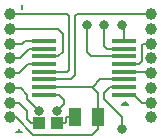
<source format=gbr>
G04 #@! TF.GenerationSoftware,KiCad,Pcbnew,(5.0.0)*
G04 #@! TF.CreationDate,2019-03-20T16:31:39+03:00*
G04 #@! TF.ProjectId,564__1__DG409L,3536341A1F31125F44473430394C2E6B,rev?*
G04 #@! TF.SameCoordinates,Original*
G04 #@! TF.FileFunction,Copper,L1,Top,Signal*
G04 #@! TF.FilePolarity,Positive*
%FSLAX46Y46*%
G04 Gerber Fmt 4.6, Leading zero omitted, Abs format (unit mm)*
G04 Created by KiCad (PCBNEW (5.0.0)) date 03/20/19 16:31:39*
%MOMM*%
%LPD*%
G01*
G04 APERTURE LIST*
G04 #@! TA.AperFunction,SMDPad,CuDef*
%ADD10R,1.000000X1.000000*%
G04 #@! TD*
G04 #@! TA.AperFunction,SMDPad,CuDef*
%ADD11R,2.000000X0.350000*%
G04 #@! TD*
G04 #@! TA.AperFunction,ComponentPad*
%ADD12C,1.000000*%
G04 #@! TD*
G04 #@! TA.AperFunction,SMDPad,CuDef*
%ADD13R,1.000000X1.500000*%
G04 #@! TD*
G04 #@! TA.AperFunction,ViaPad*
%ADD14C,0.800000*%
G04 #@! TD*
G04 #@! TA.AperFunction,Conductor*
%ADD15C,0.200000*%
G04 #@! TD*
G04 APERTURE END LIST*
D10*
G04 #@! TO.P,HL1,2*
G04 #@! TO.N,Net-(DD1-Pad7)*
X139500000Y-98500000D03*
G04 #@! TO.P,HL1,1*
G04 #@! TO.N,Net-(HL1-Pad1)*
X141000000Y-98500000D03*
G04 #@! TD*
D11*
G04 #@! TO.P,DD2,9*
G04 #@! TO.N,Y*
X139870000Y-91590000D03*
G04 #@! TO.P,DD2,8*
G04 #@! TO.N,X*
X146670000Y-91590000D03*
G04 #@! TO.P,DD2,10*
G04 #@! TO.N,Y3*
X139870000Y-92240000D03*
G04 #@! TO.P,DD2,7*
G04 #@! TO.N,X3*
X146670000Y-92240000D03*
G04 #@! TO.P,DD2,11*
G04 #@! TO.N,Y2*
X139870000Y-92890000D03*
G04 #@! TO.P,DD2,6*
G04 #@! TO.N,X2*
X146670000Y-92890000D03*
G04 #@! TO.P,DD2,12*
G04 #@! TO.N,Y1*
X139870000Y-93540000D03*
G04 #@! TO.P,DD2,5*
G04 #@! TO.N,X1*
X146670000Y-93540000D03*
G04 #@! TO.P,DD2,13*
G04 #@! TO.N,Y0*
X139870000Y-94190000D03*
G04 #@! TO.P,DD2,4*
G04 #@! TO.N,X0*
X146670000Y-94190000D03*
G04 #@! TO.P,DD2,14*
G04 #@! TO.N,Vcc*
X139870000Y-94840000D03*
G04 #@! TO.P,DD2,3*
G04 #@! TO.N,GND*
X146670000Y-94840000D03*
G04 #@! TO.P,DD2,15*
X139870000Y-95490000D03*
G04 #@! TO.P,DD2,2*
G04 #@! TO.N,C*
X146670000Y-95490000D03*
G04 #@! TO.P,DD2,16*
G04 #@! TO.N,B*
X139870000Y-96140000D03*
G04 #@! TO.P,DD2,1*
G04 #@! TO.N,A*
X146670000Y-96140000D03*
G04 #@! TD*
D12*
G04 #@! TO.P,DD1,1*
G04 #@! TO.N,Y0*
X137000000Y-89310001D03*
G04 #@! TO.P,DD1,16*
G04 #@! TO.N,Vcc*
X149000000Y-89310001D03*
G04 #@! TO.P,DD1,2*
G04 #@! TO.N,Y2*
X137000000Y-90560001D03*
G04 #@! TO.P,DD1,15*
G04 #@! TO.N,X2*
X149000000Y-90560001D03*
G04 #@! TO.P,DD1,3*
G04 #@! TO.N,Y*
X137000000Y-91810001D03*
G04 #@! TO.P,DD1,14*
G04 #@! TO.N,X1*
X149000000Y-91810001D03*
G04 #@! TO.P,DD1,4*
G04 #@! TO.N,Y3*
X137000000Y-93060001D03*
G04 #@! TO.P,DD1,13*
G04 #@! TO.N,X*
X149000000Y-93060001D03*
G04 #@! TO.P,DD1,5*
G04 #@! TO.N,Y1*
X137000000Y-94310001D03*
G04 #@! TO.P,DD1,12*
G04 #@! TO.N,X0*
X149000000Y-94310001D03*
G04 #@! TO.P,DD1,6*
G04 #@! TO.N,C*
X137000000Y-95560001D03*
G04 #@! TO.P,DD1,11*
G04 #@! TO.N,X3*
X149000000Y-95560001D03*
G04 #@! TO.P,DD1,7*
G04 #@! TO.N,Net-(DD1-Pad7)*
X137000000Y-96810001D03*
G04 #@! TO.P,DD1,10*
G04 #@! TO.N,A*
X149000000Y-96810001D03*
G04 #@! TO.P,DD1,8*
G04 #@! TO.N,GND*
X137000000Y-98060001D03*
G04 #@! TO.P,DD1,9*
G04 #@! TO.N,B*
X149000000Y-98060001D03*
G04 #@! TD*
D13*
G04 #@! TO.P,R1,2*
G04 #@! TO.N,Net-(HL1-Pad1)*
X142500000Y-98000000D03*
G04 #@! TO.P,R1,1*
G04 #@! TO.N,GND*
X144500000Y-98000000D03*
G04 #@! TD*
D14*
G04 #@! TO.N,X2*
X143500000Y-90210001D03*
G04 #@! TO.N,X*
X146500000Y-90210001D03*
G04 #@! TO.N,C*
X139500000Y-97500000D03*
X146500000Y-99000000D03*
G04 #@! TO.N,X3*
X145000000Y-90210001D03*
G04 #@! TO.N,B*
X141000000Y-97500000D03*
G04 #@! TD*
D15*
G04 #@! TO.N,*
X146750000Y-96750000D02*
X147000000Y-97000000D01*
X147000000Y-97000000D02*
X146500000Y-97000000D01*
X146500000Y-97000000D02*
X146750000Y-96750000D01*
X137750000Y-99000000D02*
X137750000Y-99250000D01*
X137500000Y-99250000D02*
X137750000Y-99250000D01*
X138000000Y-99250000D02*
X137750000Y-99250000D01*
X138000000Y-88500000D02*
X138000000Y-88909991D01*
G04 #@! TO.N,Y0*
X139870000Y-94190000D02*
X141810000Y-94190000D01*
X141810000Y-94190000D02*
X142000000Y-94000000D01*
X142000000Y-94000000D02*
X142000000Y-89500000D01*
X141810001Y-89310001D02*
X137000000Y-89310001D01*
X142000000Y-89500000D02*
X141810001Y-89310001D01*
G04 #@! TO.N,Vcc*
X142689999Y-89310001D02*
X149000000Y-89310001D01*
X142500000Y-89500000D02*
X142689999Y-89310001D01*
X142500000Y-94500000D02*
X142500000Y-89500000D01*
X139870000Y-94840000D02*
X142160000Y-94840000D01*
X142160000Y-94840000D02*
X142500000Y-94500000D01*
G04 #@! TO.N,Y2*
X139870000Y-92890000D02*
X141110000Y-92890000D01*
X141110000Y-92890000D02*
X141500000Y-92500000D01*
X141500000Y-92500000D02*
X141500000Y-91000000D01*
X141060001Y-90560001D02*
X137000000Y-90560001D01*
X141500000Y-91000000D02*
X141060001Y-90560001D01*
G04 #@! TO.N,X2*
X146670000Y-92890000D02*
X143890000Y-92890000D01*
X143890000Y-92890000D02*
X143500000Y-92500000D01*
X143500000Y-92500000D02*
X143500000Y-90210001D01*
G04 #@! TO.N,Y*
X138070001Y-91810001D02*
X137000000Y-91810001D01*
X138290002Y-91590000D02*
X139000000Y-91590000D01*
X138070001Y-91810001D02*
X138290002Y-91590000D01*
X139870000Y-91590000D02*
X139000000Y-91590000D01*
G04 #@! TO.N,X1*
X146670000Y-93540000D02*
X147960000Y-93540000D01*
X148199999Y-91902896D02*
X148292894Y-91810001D01*
X148292894Y-91810001D02*
X149000000Y-91810001D01*
X147960000Y-93540000D02*
X148199999Y-93300001D01*
X148199999Y-93300001D02*
X148199999Y-91902896D01*
G04 #@! TO.N,Y3*
X137849999Y-93060001D02*
X137000000Y-93060001D01*
X139870000Y-92240000D02*
X138670000Y-92240000D01*
X138670000Y-92240000D02*
X137849999Y-93060001D01*
G04 #@! TO.N,X*
X146670000Y-91590000D02*
X146670000Y-90380001D01*
X146670000Y-90380001D02*
X146500000Y-90210001D01*
G04 #@! TO.N,Y1*
X137000000Y-94310001D02*
X137810001Y-94310001D01*
X138580002Y-93540000D02*
X139870000Y-93540000D01*
X137810001Y-94310001D02*
X138580002Y-93540000D01*
G04 #@! TO.N,X0*
X148879999Y-94190000D02*
X149000000Y-94310001D01*
X146670000Y-94190000D02*
X148879999Y-94190000D01*
G04 #@! TO.N,C*
X137000000Y-95560001D02*
X137939999Y-95560001D01*
X137939999Y-95560001D02*
X138500000Y-96120002D01*
X145470000Y-95490000D02*
X146670000Y-95490000D01*
X145000000Y-95960000D02*
X145470000Y-95490000D01*
X145000000Y-96500000D02*
X145000000Y-95960000D01*
X146500000Y-98000000D02*
X145000000Y-96500000D01*
X146500000Y-99000000D02*
X146500000Y-98000000D01*
X138900001Y-96900001D02*
X138500000Y-96500000D01*
X139500000Y-97500000D02*
X138900001Y-96900001D01*
X138500000Y-96120002D02*
X138500000Y-96500000D01*
G04 #@! TO.N,X3*
X146670000Y-92240000D02*
X145240000Y-92240000D01*
X145240000Y-92240000D02*
X145000000Y-92000000D01*
X145000000Y-92000000D02*
X145000000Y-90210001D01*
G04 #@! TO.N,Net-(DD1-Pad7)*
X137810001Y-96810001D02*
X137400010Y-96810001D01*
X139550000Y-98500000D02*
X139500000Y-98500000D01*
X138800000Y-98500000D02*
X138500000Y-98200000D01*
X139500000Y-98500000D02*
X138800000Y-98500000D01*
X138500000Y-98200000D02*
X138500000Y-97500000D01*
X138500000Y-97500000D02*
X137810001Y-96810001D01*
G04 #@! TO.N,A*
X148165001Y-96810001D02*
X148599990Y-96810001D01*
X147495000Y-96140000D02*
X148165001Y-96810001D01*
X146670000Y-96140000D02*
X147495000Y-96140000D01*
G04 #@! TO.N,GND*
X144500000Y-98000000D02*
X144500000Y-96000000D01*
X143990000Y-95490000D02*
X142500000Y-95490000D01*
X144500000Y-96000000D02*
X143990000Y-95490000D01*
X142500000Y-95490000D02*
X139870000Y-95490000D01*
X143990000Y-95490000D02*
X144010000Y-95490000D01*
X144660000Y-94840000D02*
X146670000Y-94840000D01*
X144010000Y-95490000D02*
X144660000Y-94840000D01*
X144500000Y-99000000D02*
X144500000Y-98000000D01*
X144000000Y-99500000D02*
X144500000Y-99000000D01*
X137519999Y-98060001D02*
X137400010Y-98060001D01*
X138959998Y-99500000D02*
X137519999Y-98060001D01*
X140000000Y-99500000D02*
X138959998Y-99500000D01*
X140000000Y-99500000D02*
X144000000Y-99500000D01*
G04 #@! TO.N,B*
X141599999Y-96900001D02*
X141000000Y-97500000D01*
X141599999Y-96599999D02*
X141599999Y-96900001D01*
X141140000Y-96140000D02*
X141599999Y-96599999D01*
X139870000Y-96140000D02*
X141140000Y-96140000D01*
G04 #@! TO.N,Net-(HL1-Pad1)*
X141800000Y-98000000D02*
X142500000Y-98000000D01*
X141800000Y-98400000D02*
X141800000Y-98000000D01*
X141700000Y-98500000D02*
X141800000Y-98400000D01*
X141000000Y-98500000D02*
X141700000Y-98500000D01*
G04 #@! TD*
M02*

</source>
